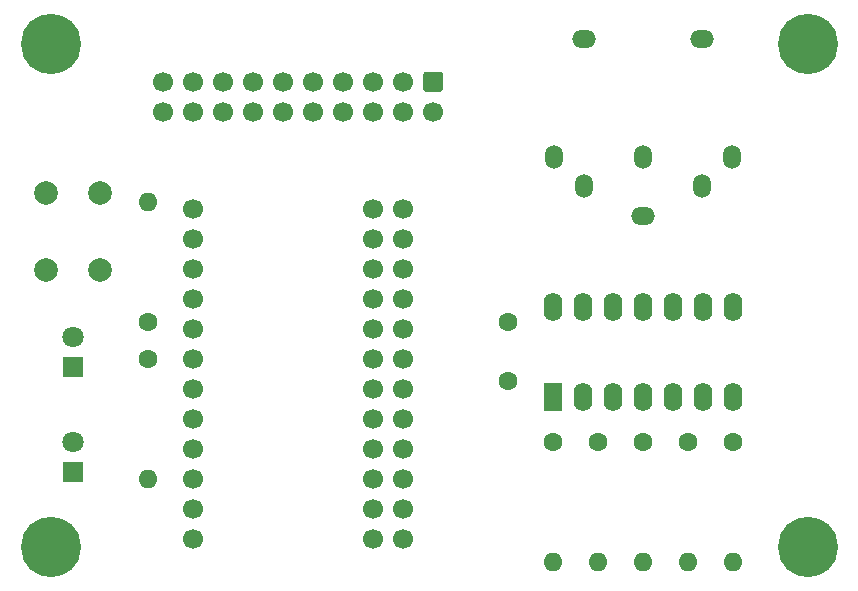
<source format=gbs>
G04 #@! TF.GenerationSoftware,KiCad,Pcbnew,(5.1.8)-1*
G04 #@! TF.CreationDate,2021-03-10T03:23:54+01:00*
G04 #@! TF.ProjectId,C64 XUM1541-II,43363420-5855-44d3-9135-34312d49492e,rev?*
G04 #@! TF.SameCoordinates,Original*
G04 #@! TF.FileFunction,Soldermask,Bot*
G04 #@! TF.FilePolarity,Negative*
%FSLAX46Y46*%
G04 Gerber Fmt 4.6, Leading zero omitted, Abs format (unit mm)*
G04 Created by KiCad (PCBNEW (5.1.8)-1) date 2021-03-10 03:23:54*
%MOMM*%
%LPD*%
G01*
G04 APERTURE LIST*
%ADD10C,1.600000*%
%ADD11O,1.600000X1.600000*%
%ADD12C,1.700000*%
%ADD13O,2.000000X1.524000*%
%ADD14O,1.524000X2.000000*%
%ADD15C,5.100000*%
%ADD16C,2.000000*%
%ADD17R,1.600000X2.400000*%
%ADD18O,1.600000X2.400000*%
%ADD19R,1.800000X1.800000*%
%ADD20C,1.800000*%
G04 APERTURE END LIST*
D10*
X111125000Y-84455000D03*
D11*
X111125000Y-94615000D03*
D12*
X135255000Y-63500000D03*
X132715000Y-63500000D03*
X130175000Y-63500000D03*
X127635000Y-63500000D03*
X125095000Y-63500000D03*
X122555000Y-63500000D03*
X120015000Y-63500000D03*
X117475000Y-63500000D03*
X114935000Y-63500000D03*
X112395000Y-60960000D03*
X117475000Y-60960000D03*
X122555000Y-60960000D03*
X127635000Y-60960000D03*
X132715000Y-60960000D03*
X112395000Y-63500000D03*
X114935000Y-60960000D03*
X120015000Y-60960000D03*
X125095000Y-60960000D03*
X130175000Y-60960000D03*
G36*
G01*
X134655000Y-60110000D02*
X135855000Y-60110000D01*
G75*
G02*
X136105000Y-60360000I0J-250000D01*
G01*
X136105000Y-61560000D01*
G75*
G02*
X135855000Y-61810000I-250000J0D01*
G01*
X134655000Y-61810000D01*
G75*
G02*
X134405000Y-61560000I0J250000D01*
G01*
X134405000Y-60360000D01*
G75*
G02*
X134655000Y-60110000I250000J0D01*
G01*
G37*
D13*
X153035000Y-72310000D03*
D14*
X153035000Y-67310000D03*
D13*
X148035000Y-57310000D03*
X158035000Y-57310000D03*
D14*
X145535000Y-67310000D03*
X160535000Y-67310000D03*
X148035000Y-69810000D03*
X158035000Y-69810000D03*
D12*
X130175000Y-71755000D03*
X130175000Y-74295000D03*
X130175000Y-76835000D03*
X130175000Y-79375000D03*
X130175000Y-81915000D03*
X130175000Y-84455000D03*
X130175000Y-86995000D03*
X130175000Y-89535000D03*
X130175000Y-92075000D03*
X130175000Y-94615000D03*
X130175000Y-97155000D03*
X130175000Y-99695000D03*
X132715000Y-97155000D03*
X132715000Y-94615000D03*
X132715000Y-92075000D03*
X132715000Y-89535000D03*
X132715000Y-86995000D03*
X132715000Y-84455000D03*
X132715000Y-81915000D03*
X132715000Y-79375000D03*
X132715000Y-76835000D03*
X132715000Y-74295000D03*
X132715000Y-71755000D03*
X114935000Y-71755000D03*
X114935000Y-74295000D03*
X114935000Y-76835000D03*
X114935000Y-79375000D03*
X114935000Y-81915000D03*
X114935000Y-84455000D03*
X114935000Y-86995000D03*
X114935000Y-89535000D03*
X114935000Y-92075000D03*
X114935000Y-94615000D03*
X114935000Y-97155000D03*
X114935000Y-99695000D03*
X132715000Y-99695000D03*
D10*
X141605000Y-81280000D03*
X141605000Y-86280000D03*
D15*
X102870000Y-100330000D03*
X167005000Y-100330000D03*
X167005000Y-57785000D03*
X102870000Y-57785000D03*
D10*
X111125000Y-81280000D03*
D11*
X111125000Y-71120000D03*
X156845000Y-101600000D03*
D10*
X156845000Y-91440000D03*
X145415000Y-91440000D03*
D11*
X145415000Y-101600000D03*
D10*
X160655000Y-91440000D03*
D11*
X160655000Y-101600000D03*
D10*
X153035000Y-91440000D03*
D11*
X153035000Y-101600000D03*
X149225000Y-101600000D03*
D10*
X149225000Y-91440000D03*
D16*
X107025000Y-76910000D03*
X102525000Y-76910000D03*
X107025000Y-70410000D03*
X102525000Y-70410000D03*
D17*
X145415000Y-87630000D03*
D18*
X160655000Y-80010000D03*
X147955000Y-87630000D03*
X158115000Y-80010000D03*
X150495000Y-87630000D03*
X155575000Y-80010000D03*
X153035000Y-87630000D03*
X153035000Y-80010000D03*
X155575000Y-87630000D03*
X150495000Y-80010000D03*
X158115000Y-87630000D03*
X147955000Y-80010000D03*
X160655000Y-87630000D03*
X145415000Y-80010000D03*
D19*
X104775000Y-85090000D03*
D20*
X104775000Y-82550000D03*
D19*
X104775000Y-93980000D03*
D20*
X104775000Y-91440000D03*
M02*

</source>
